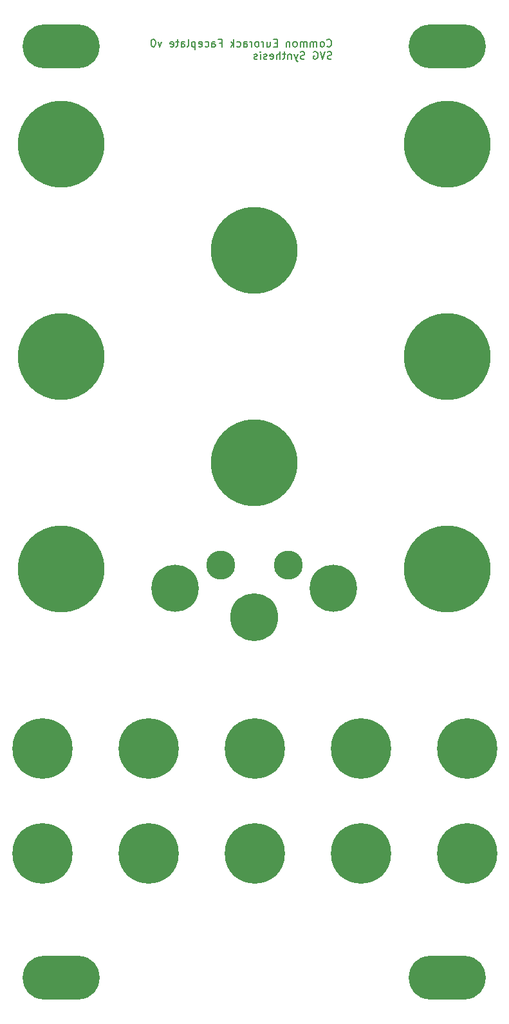
<source format=gbr>
%TF.GenerationSoftware,KiCad,Pcbnew,7.0.1*%
%TF.CreationDate,2024-01-09T19:04:10-05:00*%
%TF.ProjectId,common_faceplate,636f6d6d-6f6e-45f6-9661-6365706c6174,rev?*%
%TF.SameCoordinates,Original*%
%TF.FileFunction,Soldermask,Bot*%
%TF.FilePolarity,Negative*%
%FSLAX46Y46*%
G04 Gerber Fmt 4.6, Leading zero omitted, Abs format (unit mm)*
G04 Created by KiCad (PCBNEW 7.0.1) date 2024-01-09 19:04:10*
%MOMM*%
%LPD*%
G01*
G04 APERTURE LIST*
%ADD10C,0.150000*%
%ADD11C,7.924800*%
%ADD12C,11.430000*%
%ADD13C,6.299200*%
%ADD14C,6.223000*%
%ADD15C,3.810000*%
%ADD16O,10.160000X5.740400*%
G04 APERTURE END LIST*
D10*
X85042476Y-32960380D02*
X85090095Y-33008000D01*
X85090095Y-33008000D02*
X85232952Y-33055619D01*
X85232952Y-33055619D02*
X85328190Y-33055619D01*
X85328190Y-33055619D02*
X85471047Y-33008000D01*
X85471047Y-33008000D02*
X85566285Y-32912761D01*
X85566285Y-32912761D02*
X85613904Y-32817523D01*
X85613904Y-32817523D02*
X85661523Y-32627047D01*
X85661523Y-32627047D02*
X85661523Y-32484190D01*
X85661523Y-32484190D02*
X85613904Y-32293714D01*
X85613904Y-32293714D02*
X85566285Y-32198476D01*
X85566285Y-32198476D02*
X85471047Y-32103238D01*
X85471047Y-32103238D02*
X85328190Y-32055619D01*
X85328190Y-32055619D02*
X85232952Y-32055619D01*
X85232952Y-32055619D02*
X85090095Y-32103238D01*
X85090095Y-32103238D02*
X85042476Y-32150857D01*
X84471047Y-33055619D02*
X84566285Y-33008000D01*
X84566285Y-33008000D02*
X84613904Y-32960380D01*
X84613904Y-32960380D02*
X84661523Y-32865142D01*
X84661523Y-32865142D02*
X84661523Y-32579428D01*
X84661523Y-32579428D02*
X84613904Y-32484190D01*
X84613904Y-32484190D02*
X84566285Y-32436571D01*
X84566285Y-32436571D02*
X84471047Y-32388952D01*
X84471047Y-32388952D02*
X84328190Y-32388952D01*
X84328190Y-32388952D02*
X84232952Y-32436571D01*
X84232952Y-32436571D02*
X84185333Y-32484190D01*
X84185333Y-32484190D02*
X84137714Y-32579428D01*
X84137714Y-32579428D02*
X84137714Y-32865142D01*
X84137714Y-32865142D02*
X84185333Y-32960380D01*
X84185333Y-32960380D02*
X84232952Y-33008000D01*
X84232952Y-33008000D02*
X84328190Y-33055619D01*
X84328190Y-33055619D02*
X84471047Y-33055619D01*
X83709142Y-33055619D02*
X83709142Y-32388952D01*
X83709142Y-32484190D02*
X83661523Y-32436571D01*
X83661523Y-32436571D02*
X83566285Y-32388952D01*
X83566285Y-32388952D02*
X83423428Y-32388952D01*
X83423428Y-32388952D02*
X83328190Y-32436571D01*
X83328190Y-32436571D02*
X83280571Y-32531809D01*
X83280571Y-32531809D02*
X83280571Y-33055619D01*
X83280571Y-32531809D02*
X83232952Y-32436571D01*
X83232952Y-32436571D02*
X83137714Y-32388952D01*
X83137714Y-32388952D02*
X82994857Y-32388952D01*
X82994857Y-32388952D02*
X82899618Y-32436571D01*
X82899618Y-32436571D02*
X82851999Y-32531809D01*
X82851999Y-32531809D02*
X82851999Y-33055619D01*
X82375809Y-33055619D02*
X82375809Y-32388952D01*
X82375809Y-32484190D02*
X82328190Y-32436571D01*
X82328190Y-32436571D02*
X82232952Y-32388952D01*
X82232952Y-32388952D02*
X82090095Y-32388952D01*
X82090095Y-32388952D02*
X81994857Y-32436571D01*
X81994857Y-32436571D02*
X81947238Y-32531809D01*
X81947238Y-32531809D02*
X81947238Y-33055619D01*
X81947238Y-32531809D02*
X81899619Y-32436571D01*
X81899619Y-32436571D02*
X81804381Y-32388952D01*
X81804381Y-32388952D02*
X81661524Y-32388952D01*
X81661524Y-32388952D02*
X81566285Y-32436571D01*
X81566285Y-32436571D02*
X81518666Y-32531809D01*
X81518666Y-32531809D02*
X81518666Y-33055619D01*
X80899619Y-33055619D02*
X80994857Y-33008000D01*
X80994857Y-33008000D02*
X81042476Y-32960380D01*
X81042476Y-32960380D02*
X81090095Y-32865142D01*
X81090095Y-32865142D02*
X81090095Y-32579428D01*
X81090095Y-32579428D02*
X81042476Y-32484190D01*
X81042476Y-32484190D02*
X80994857Y-32436571D01*
X80994857Y-32436571D02*
X80899619Y-32388952D01*
X80899619Y-32388952D02*
X80756762Y-32388952D01*
X80756762Y-32388952D02*
X80661524Y-32436571D01*
X80661524Y-32436571D02*
X80613905Y-32484190D01*
X80613905Y-32484190D02*
X80566286Y-32579428D01*
X80566286Y-32579428D02*
X80566286Y-32865142D01*
X80566286Y-32865142D02*
X80613905Y-32960380D01*
X80613905Y-32960380D02*
X80661524Y-33008000D01*
X80661524Y-33008000D02*
X80756762Y-33055619D01*
X80756762Y-33055619D02*
X80899619Y-33055619D01*
X80137714Y-32388952D02*
X80137714Y-33055619D01*
X80137714Y-32484190D02*
X80090095Y-32436571D01*
X80090095Y-32436571D02*
X79994857Y-32388952D01*
X79994857Y-32388952D02*
X79852000Y-32388952D01*
X79852000Y-32388952D02*
X79756762Y-32436571D01*
X79756762Y-32436571D02*
X79709143Y-32531809D01*
X79709143Y-32531809D02*
X79709143Y-33055619D01*
X78471047Y-32531809D02*
X78137714Y-32531809D01*
X77994857Y-33055619D02*
X78471047Y-33055619D01*
X78471047Y-33055619D02*
X78471047Y-32055619D01*
X78471047Y-32055619D02*
X77994857Y-32055619D01*
X77137714Y-32388952D02*
X77137714Y-33055619D01*
X77566285Y-32388952D02*
X77566285Y-32912761D01*
X77566285Y-32912761D02*
X77518666Y-33008000D01*
X77518666Y-33008000D02*
X77423428Y-33055619D01*
X77423428Y-33055619D02*
X77280571Y-33055619D01*
X77280571Y-33055619D02*
X77185333Y-33008000D01*
X77185333Y-33008000D02*
X77137714Y-32960380D01*
X76661523Y-33055619D02*
X76661523Y-32388952D01*
X76661523Y-32579428D02*
X76613904Y-32484190D01*
X76613904Y-32484190D02*
X76566285Y-32436571D01*
X76566285Y-32436571D02*
X76471047Y-32388952D01*
X76471047Y-32388952D02*
X76375809Y-32388952D01*
X75899618Y-33055619D02*
X75994856Y-33008000D01*
X75994856Y-33008000D02*
X76042475Y-32960380D01*
X76042475Y-32960380D02*
X76090094Y-32865142D01*
X76090094Y-32865142D02*
X76090094Y-32579428D01*
X76090094Y-32579428D02*
X76042475Y-32484190D01*
X76042475Y-32484190D02*
X75994856Y-32436571D01*
X75994856Y-32436571D02*
X75899618Y-32388952D01*
X75899618Y-32388952D02*
X75756761Y-32388952D01*
X75756761Y-32388952D02*
X75661523Y-32436571D01*
X75661523Y-32436571D02*
X75613904Y-32484190D01*
X75613904Y-32484190D02*
X75566285Y-32579428D01*
X75566285Y-32579428D02*
X75566285Y-32865142D01*
X75566285Y-32865142D02*
X75613904Y-32960380D01*
X75613904Y-32960380D02*
X75661523Y-33008000D01*
X75661523Y-33008000D02*
X75756761Y-33055619D01*
X75756761Y-33055619D02*
X75899618Y-33055619D01*
X75137713Y-33055619D02*
X75137713Y-32388952D01*
X75137713Y-32579428D02*
X75090094Y-32484190D01*
X75090094Y-32484190D02*
X75042475Y-32436571D01*
X75042475Y-32436571D02*
X74947237Y-32388952D01*
X74947237Y-32388952D02*
X74851999Y-32388952D01*
X74090094Y-33055619D02*
X74090094Y-32531809D01*
X74090094Y-32531809D02*
X74137713Y-32436571D01*
X74137713Y-32436571D02*
X74232951Y-32388952D01*
X74232951Y-32388952D02*
X74423427Y-32388952D01*
X74423427Y-32388952D02*
X74518665Y-32436571D01*
X74090094Y-33008000D02*
X74185332Y-33055619D01*
X74185332Y-33055619D02*
X74423427Y-33055619D01*
X74423427Y-33055619D02*
X74518665Y-33008000D01*
X74518665Y-33008000D02*
X74566284Y-32912761D01*
X74566284Y-32912761D02*
X74566284Y-32817523D01*
X74566284Y-32817523D02*
X74518665Y-32722285D01*
X74518665Y-32722285D02*
X74423427Y-32674666D01*
X74423427Y-32674666D02*
X74185332Y-32674666D01*
X74185332Y-32674666D02*
X74090094Y-32627047D01*
X73185332Y-33008000D02*
X73280570Y-33055619D01*
X73280570Y-33055619D02*
X73471046Y-33055619D01*
X73471046Y-33055619D02*
X73566284Y-33008000D01*
X73566284Y-33008000D02*
X73613903Y-32960380D01*
X73613903Y-32960380D02*
X73661522Y-32865142D01*
X73661522Y-32865142D02*
X73661522Y-32579428D01*
X73661522Y-32579428D02*
X73613903Y-32484190D01*
X73613903Y-32484190D02*
X73566284Y-32436571D01*
X73566284Y-32436571D02*
X73471046Y-32388952D01*
X73471046Y-32388952D02*
X73280570Y-32388952D01*
X73280570Y-32388952D02*
X73185332Y-32436571D01*
X72756760Y-33055619D02*
X72756760Y-32055619D01*
X72661522Y-32674666D02*
X72375808Y-33055619D01*
X72375808Y-32388952D02*
X72756760Y-32769904D01*
X70851998Y-32531809D02*
X71185331Y-32531809D01*
X71185331Y-33055619D02*
X71185331Y-32055619D01*
X71185331Y-32055619D02*
X70709141Y-32055619D01*
X69899617Y-33055619D02*
X69899617Y-32531809D01*
X69899617Y-32531809D02*
X69947236Y-32436571D01*
X69947236Y-32436571D02*
X70042474Y-32388952D01*
X70042474Y-32388952D02*
X70232950Y-32388952D01*
X70232950Y-32388952D02*
X70328188Y-32436571D01*
X69899617Y-33008000D02*
X69994855Y-33055619D01*
X69994855Y-33055619D02*
X70232950Y-33055619D01*
X70232950Y-33055619D02*
X70328188Y-33008000D01*
X70328188Y-33008000D02*
X70375807Y-32912761D01*
X70375807Y-32912761D02*
X70375807Y-32817523D01*
X70375807Y-32817523D02*
X70328188Y-32722285D01*
X70328188Y-32722285D02*
X70232950Y-32674666D01*
X70232950Y-32674666D02*
X69994855Y-32674666D01*
X69994855Y-32674666D02*
X69899617Y-32627047D01*
X68994855Y-33008000D02*
X69090093Y-33055619D01*
X69090093Y-33055619D02*
X69280569Y-33055619D01*
X69280569Y-33055619D02*
X69375807Y-33008000D01*
X69375807Y-33008000D02*
X69423426Y-32960380D01*
X69423426Y-32960380D02*
X69471045Y-32865142D01*
X69471045Y-32865142D02*
X69471045Y-32579428D01*
X69471045Y-32579428D02*
X69423426Y-32484190D01*
X69423426Y-32484190D02*
X69375807Y-32436571D01*
X69375807Y-32436571D02*
X69280569Y-32388952D01*
X69280569Y-32388952D02*
X69090093Y-32388952D01*
X69090093Y-32388952D02*
X68994855Y-32436571D01*
X68185331Y-33008000D02*
X68280569Y-33055619D01*
X68280569Y-33055619D02*
X68471045Y-33055619D01*
X68471045Y-33055619D02*
X68566283Y-33008000D01*
X68566283Y-33008000D02*
X68613902Y-32912761D01*
X68613902Y-32912761D02*
X68613902Y-32531809D01*
X68613902Y-32531809D02*
X68566283Y-32436571D01*
X68566283Y-32436571D02*
X68471045Y-32388952D01*
X68471045Y-32388952D02*
X68280569Y-32388952D01*
X68280569Y-32388952D02*
X68185331Y-32436571D01*
X68185331Y-32436571D02*
X68137712Y-32531809D01*
X68137712Y-32531809D02*
X68137712Y-32627047D01*
X68137712Y-32627047D02*
X68613902Y-32722285D01*
X67709140Y-32388952D02*
X67709140Y-33388952D01*
X67709140Y-32436571D02*
X67613902Y-32388952D01*
X67613902Y-32388952D02*
X67423426Y-32388952D01*
X67423426Y-32388952D02*
X67328188Y-32436571D01*
X67328188Y-32436571D02*
X67280569Y-32484190D01*
X67280569Y-32484190D02*
X67232950Y-32579428D01*
X67232950Y-32579428D02*
X67232950Y-32865142D01*
X67232950Y-32865142D02*
X67280569Y-32960380D01*
X67280569Y-32960380D02*
X67328188Y-33008000D01*
X67328188Y-33008000D02*
X67423426Y-33055619D01*
X67423426Y-33055619D02*
X67613902Y-33055619D01*
X67613902Y-33055619D02*
X67709140Y-33008000D01*
X66661521Y-33055619D02*
X66756759Y-33008000D01*
X66756759Y-33008000D02*
X66804378Y-32912761D01*
X66804378Y-32912761D02*
X66804378Y-32055619D01*
X65851997Y-33055619D02*
X65851997Y-32531809D01*
X65851997Y-32531809D02*
X65899616Y-32436571D01*
X65899616Y-32436571D02*
X65994854Y-32388952D01*
X65994854Y-32388952D02*
X66185330Y-32388952D01*
X66185330Y-32388952D02*
X66280568Y-32436571D01*
X65851997Y-33008000D02*
X65947235Y-33055619D01*
X65947235Y-33055619D02*
X66185330Y-33055619D01*
X66185330Y-33055619D02*
X66280568Y-33008000D01*
X66280568Y-33008000D02*
X66328187Y-32912761D01*
X66328187Y-32912761D02*
X66328187Y-32817523D01*
X66328187Y-32817523D02*
X66280568Y-32722285D01*
X66280568Y-32722285D02*
X66185330Y-32674666D01*
X66185330Y-32674666D02*
X65947235Y-32674666D01*
X65947235Y-32674666D02*
X65851997Y-32627047D01*
X65518663Y-32388952D02*
X65137711Y-32388952D01*
X65375806Y-32055619D02*
X65375806Y-32912761D01*
X65375806Y-32912761D02*
X65328187Y-33008000D01*
X65328187Y-33008000D02*
X65232949Y-33055619D01*
X65232949Y-33055619D02*
X65137711Y-33055619D01*
X64423425Y-33008000D02*
X64518663Y-33055619D01*
X64518663Y-33055619D02*
X64709139Y-33055619D01*
X64709139Y-33055619D02*
X64804377Y-33008000D01*
X64804377Y-33008000D02*
X64851996Y-32912761D01*
X64851996Y-32912761D02*
X64851996Y-32531809D01*
X64851996Y-32531809D02*
X64804377Y-32436571D01*
X64804377Y-32436571D02*
X64709139Y-32388952D01*
X64709139Y-32388952D02*
X64518663Y-32388952D01*
X64518663Y-32388952D02*
X64423425Y-32436571D01*
X64423425Y-32436571D02*
X64375806Y-32531809D01*
X64375806Y-32531809D02*
X64375806Y-32627047D01*
X64375806Y-32627047D02*
X64851996Y-32722285D01*
X63280567Y-32388952D02*
X63042472Y-33055619D01*
X63042472Y-33055619D02*
X62804377Y-32388952D01*
X62232948Y-32055619D02*
X62137710Y-32055619D01*
X62137710Y-32055619D02*
X62042472Y-32103238D01*
X62042472Y-32103238D02*
X61994853Y-32150857D01*
X61994853Y-32150857D02*
X61947234Y-32246095D01*
X61947234Y-32246095D02*
X61899615Y-32436571D01*
X61899615Y-32436571D02*
X61899615Y-32674666D01*
X61899615Y-32674666D02*
X61947234Y-32865142D01*
X61947234Y-32865142D02*
X61994853Y-32960380D01*
X61994853Y-32960380D02*
X62042472Y-33008000D01*
X62042472Y-33008000D02*
X62137710Y-33055619D01*
X62137710Y-33055619D02*
X62232948Y-33055619D01*
X62232948Y-33055619D02*
X62328186Y-33008000D01*
X62328186Y-33008000D02*
X62375805Y-32960380D01*
X62375805Y-32960380D02*
X62423424Y-32865142D01*
X62423424Y-32865142D02*
X62471043Y-32674666D01*
X62471043Y-32674666D02*
X62471043Y-32436571D01*
X62471043Y-32436571D02*
X62423424Y-32246095D01*
X62423424Y-32246095D02*
X62375805Y-32150857D01*
X62375805Y-32150857D02*
X62328186Y-32103238D01*
X62328186Y-32103238D02*
X62232948Y-32055619D01*
X85661523Y-34628000D02*
X85518666Y-34675619D01*
X85518666Y-34675619D02*
X85280571Y-34675619D01*
X85280571Y-34675619D02*
X85185333Y-34628000D01*
X85185333Y-34628000D02*
X85137714Y-34580380D01*
X85137714Y-34580380D02*
X85090095Y-34485142D01*
X85090095Y-34485142D02*
X85090095Y-34389904D01*
X85090095Y-34389904D02*
X85137714Y-34294666D01*
X85137714Y-34294666D02*
X85185333Y-34247047D01*
X85185333Y-34247047D02*
X85280571Y-34199428D01*
X85280571Y-34199428D02*
X85471047Y-34151809D01*
X85471047Y-34151809D02*
X85566285Y-34104190D01*
X85566285Y-34104190D02*
X85613904Y-34056571D01*
X85613904Y-34056571D02*
X85661523Y-33961333D01*
X85661523Y-33961333D02*
X85661523Y-33866095D01*
X85661523Y-33866095D02*
X85613904Y-33770857D01*
X85613904Y-33770857D02*
X85566285Y-33723238D01*
X85566285Y-33723238D02*
X85471047Y-33675619D01*
X85471047Y-33675619D02*
X85232952Y-33675619D01*
X85232952Y-33675619D02*
X85090095Y-33723238D01*
X84804380Y-33675619D02*
X84471047Y-34675619D01*
X84471047Y-34675619D02*
X84137714Y-33675619D01*
X83280571Y-33723238D02*
X83375809Y-33675619D01*
X83375809Y-33675619D02*
X83518666Y-33675619D01*
X83518666Y-33675619D02*
X83661523Y-33723238D01*
X83661523Y-33723238D02*
X83756761Y-33818476D01*
X83756761Y-33818476D02*
X83804380Y-33913714D01*
X83804380Y-33913714D02*
X83851999Y-34104190D01*
X83851999Y-34104190D02*
X83851999Y-34247047D01*
X83851999Y-34247047D02*
X83804380Y-34437523D01*
X83804380Y-34437523D02*
X83756761Y-34532761D01*
X83756761Y-34532761D02*
X83661523Y-34628000D01*
X83661523Y-34628000D02*
X83518666Y-34675619D01*
X83518666Y-34675619D02*
X83423428Y-34675619D01*
X83423428Y-34675619D02*
X83280571Y-34628000D01*
X83280571Y-34628000D02*
X83232952Y-34580380D01*
X83232952Y-34580380D02*
X83232952Y-34247047D01*
X83232952Y-34247047D02*
X83423428Y-34247047D01*
X82090094Y-34628000D02*
X81947237Y-34675619D01*
X81947237Y-34675619D02*
X81709142Y-34675619D01*
X81709142Y-34675619D02*
X81613904Y-34628000D01*
X81613904Y-34628000D02*
X81566285Y-34580380D01*
X81566285Y-34580380D02*
X81518666Y-34485142D01*
X81518666Y-34485142D02*
X81518666Y-34389904D01*
X81518666Y-34389904D02*
X81566285Y-34294666D01*
X81566285Y-34294666D02*
X81613904Y-34247047D01*
X81613904Y-34247047D02*
X81709142Y-34199428D01*
X81709142Y-34199428D02*
X81899618Y-34151809D01*
X81899618Y-34151809D02*
X81994856Y-34104190D01*
X81994856Y-34104190D02*
X82042475Y-34056571D01*
X82042475Y-34056571D02*
X82090094Y-33961333D01*
X82090094Y-33961333D02*
X82090094Y-33866095D01*
X82090094Y-33866095D02*
X82042475Y-33770857D01*
X82042475Y-33770857D02*
X81994856Y-33723238D01*
X81994856Y-33723238D02*
X81899618Y-33675619D01*
X81899618Y-33675619D02*
X81661523Y-33675619D01*
X81661523Y-33675619D02*
X81518666Y-33723238D01*
X81185332Y-34008952D02*
X80947237Y-34675619D01*
X80709142Y-34008952D02*
X80947237Y-34675619D01*
X80947237Y-34675619D02*
X81042475Y-34913714D01*
X81042475Y-34913714D02*
X81090094Y-34961333D01*
X81090094Y-34961333D02*
X81185332Y-35008952D01*
X80328189Y-34008952D02*
X80328189Y-34675619D01*
X80328189Y-34104190D02*
X80280570Y-34056571D01*
X80280570Y-34056571D02*
X80185332Y-34008952D01*
X80185332Y-34008952D02*
X80042475Y-34008952D01*
X80042475Y-34008952D02*
X79947237Y-34056571D01*
X79947237Y-34056571D02*
X79899618Y-34151809D01*
X79899618Y-34151809D02*
X79899618Y-34675619D01*
X79566284Y-34008952D02*
X79185332Y-34008952D01*
X79423427Y-33675619D02*
X79423427Y-34532761D01*
X79423427Y-34532761D02*
X79375808Y-34628000D01*
X79375808Y-34628000D02*
X79280570Y-34675619D01*
X79280570Y-34675619D02*
X79185332Y-34675619D01*
X78851998Y-34675619D02*
X78851998Y-33675619D01*
X78423427Y-34675619D02*
X78423427Y-34151809D01*
X78423427Y-34151809D02*
X78471046Y-34056571D01*
X78471046Y-34056571D02*
X78566284Y-34008952D01*
X78566284Y-34008952D02*
X78709141Y-34008952D01*
X78709141Y-34008952D02*
X78804379Y-34056571D01*
X78804379Y-34056571D02*
X78851998Y-34104190D01*
X77566284Y-34628000D02*
X77661522Y-34675619D01*
X77661522Y-34675619D02*
X77851998Y-34675619D01*
X77851998Y-34675619D02*
X77947236Y-34628000D01*
X77947236Y-34628000D02*
X77994855Y-34532761D01*
X77994855Y-34532761D02*
X77994855Y-34151809D01*
X77994855Y-34151809D02*
X77947236Y-34056571D01*
X77947236Y-34056571D02*
X77851998Y-34008952D01*
X77851998Y-34008952D02*
X77661522Y-34008952D01*
X77661522Y-34008952D02*
X77566284Y-34056571D01*
X77566284Y-34056571D02*
X77518665Y-34151809D01*
X77518665Y-34151809D02*
X77518665Y-34247047D01*
X77518665Y-34247047D02*
X77994855Y-34342285D01*
X77137712Y-34628000D02*
X77042474Y-34675619D01*
X77042474Y-34675619D02*
X76851998Y-34675619D01*
X76851998Y-34675619D02*
X76756760Y-34628000D01*
X76756760Y-34628000D02*
X76709141Y-34532761D01*
X76709141Y-34532761D02*
X76709141Y-34485142D01*
X76709141Y-34485142D02*
X76756760Y-34389904D01*
X76756760Y-34389904D02*
X76851998Y-34342285D01*
X76851998Y-34342285D02*
X76994855Y-34342285D01*
X76994855Y-34342285D02*
X77090093Y-34294666D01*
X77090093Y-34294666D02*
X77137712Y-34199428D01*
X77137712Y-34199428D02*
X77137712Y-34151809D01*
X77137712Y-34151809D02*
X77090093Y-34056571D01*
X77090093Y-34056571D02*
X76994855Y-34008952D01*
X76994855Y-34008952D02*
X76851998Y-34008952D01*
X76851998Y-34008952D02*
X76756760Y-34056571D01*
X76280569Y-34675619D02*
X76280569Y-34008952D01*
X76280569Y-33675619D02*
X76328188Y-33723238D01*
X76328188Y-33723238D02*
X76280569Y-33770857D01*
X76280569Y-33770857D02*
X76232950Y-33723238D01*
X76232950Y-33723238D02*
X76280569Y-33675619D01*
X76280569Y-33675619D02*
X76280569Y-33770857D01*
X75851998Y-34628000D02*
X75756760Y-34675619D01*
X75756760Y-34675619D02*
X75566284Y-34675619D01*
X75566284Y-34675619D02*
X75471046Y-34628000D01*
X75471046Y-34628000D02*
X75423427Y-34532761D01*
X75423427Y-34532761D02*
X75423427Y-34485142D01*
X75423427Y-34485142D02*
X75471046Y-34389904D01*
X75471046Y-34389904D02*
X75566284Y-34342285D01*
X75566284Y-34342285D02*
X75709141Y-34342285D01*
X75709141Y-34342285D02*
X75804379Y-34294666D01*
X75804379Y-34294666D02*
X75851998Y-34199428D01*
X75851998Y-34199428D02*
X75851998Y-34151809D01*
X75851998Y-34151809D02*
X75804379Y-34056571D01*
X75804379Y-34056571D02*
X75709141Y-34008952D01*
X75709141Y-34008952D02*
X75566284Y-34008952D01*
X75566284Y-34008952D02*
X75471046Y-34056571D01*
D11*
%TO.C,REF\u002A\u002A*%
X75514200Y-139192000D03*
%TD*%
%TO.C,REF\u002A\u002A*%
X103454200Y-139192000D03*
%TD*%
D12*
%TO.C,REF\u002A\u002A*%
X50088800Y-101752400D03*
%TD*%
%TO.C,REF\u002A\u002A*%
X100888800Y-101752400D03*
%TD*%
D11*
%TO.C,REF\u002A\u002A*%
X89484200Y-139192000D03*
%TD*%
%TO.C,REF\u002A\u002A*%
X75514200Y-125349000D03*
%TD*%
D13*
%TO.C,REF\u002A\u002A*%
X75488800Y-108102400D03*
%TD*%
D14*
%TO.C,REF\u002A\u002A*%
X85902800Y-104292400D03*
%TD*%
D11*
%TO.C,REF\u002A\u002A*%
X47574200Y-139192000D03*
%TD*%
D15*
%TO.C,REF\u002A\u002A*%
X79933800Y-101244400D03*
%TD*%
D16*
%TO.C,REF\u002A\u002A*%
X50088800Y-32969200D03*
%TD*%
%TO.C,REF\u002A\u002A*%
X50088800Y-155524200D03*
%TD*%
D12*
%TO.C,REF\u002A\u002A*%
X100888800Y-73812400D03*
%TD*%
D11*
%TO.C,REF\u002A\u002A*%
X61544200Y-125349000D03*
%TD*%
D14*
%TO.C,REF\u002A\u002A*%
X65074800Y-104292400D03*
%TD*%
D11*
%TO.C,REF\u002A\u002A*%
X75514200Y-139192000D03*
%TD*%
D12*
%TO.C,REF\u002A\u002A*%
X100888800Y-45872400D03*
%TD*%
D11*
%TO.C,REF\u002A\u002A*%
X47574200Y-125349000D03*
%TD*%
D16*
%TO.C,REF\u002A\u002A*%
X100888800Y-155524200D03*
%TD*%
%TO.C,REF\u002A\u002A*%
X100888800Y-32969200D03*
%TD*%
D12*
%TO.C,REF\u002A\u002A*%
X50088800Y-73812400D03*
%TD*%
D11*
%TO.C,REF\u002A\u002A*%
X89484200Y-125349000D03*
%TD*%
%TO.C,REF\u002A\u002A*%
X103454200Y-125349000D03*
%TD*%
D15*
%TO.C,REF\u002A\u002A*%
X71043800Y-101244400D03*
%TD*%
D12*
%TO.C,REF\u002A\u002A*%
X75488800Y-87782400D03*
%TD*%
D11*
%TO.C,REF\u002A\u002A*%
X75514200Y-125349000D03*
%TD*%
%TO.C,REF\u002A\u002A*%
X61544200Y-139192000D03*
%TD*%
D12*
%TO.C,REF\u002A\u002A*%
X50088800Y-45872400D03*
%TD*%
%TO.C,REF\u002A\u002A*%
X75488800Y-59842400D03*
%TD*%
M02*

</source>
